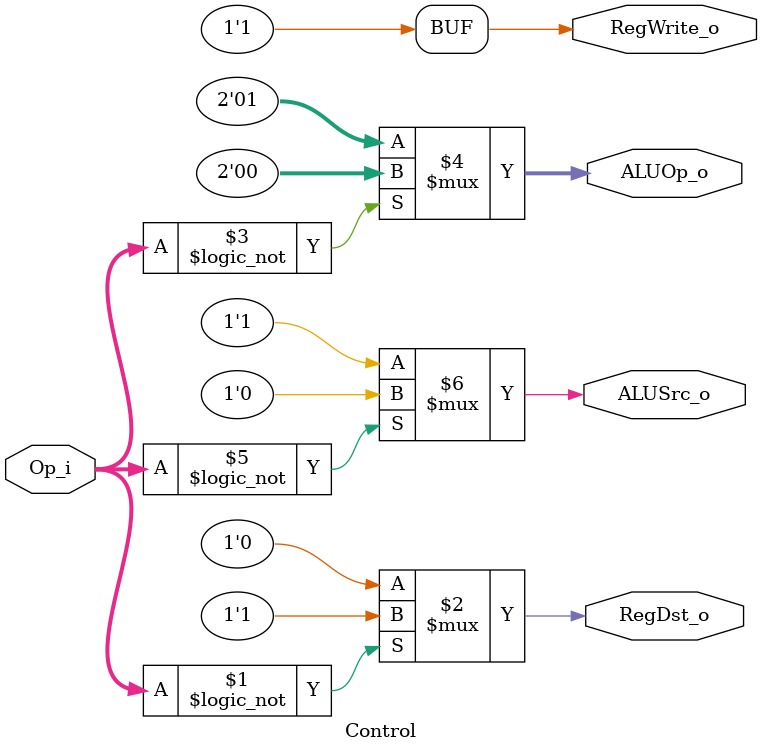
<source format=v>
module Control(Op_i, RegDst_o, ALUOp_o, ALUSrc_o, RegWrite_o);

input	[5:0]	Op_i;
output			RegDst_o, ALUSrc_o, RegWrite_o;
output	[1:0]	ALUOp_o;

// RegDst: 0:I-type, 1:R-type
assign RegDst_o = (Op_i == 6'd0) ? 1'd1 : 1'd0;

// ALUOp: 0:R-type, 1:I-type
assign ALUOp_o = (Op_i == 6'd0) ? 2'd0 : 2'd1;

// ALUSrc: 0:R-type, 1:I-type
assign ALUSrc_o = (Op_i == 6'd0) ? 1'd0 : 1'd1;

// always need to write
assign RegWrite_o = 1'd1;

endmodule

</source>
